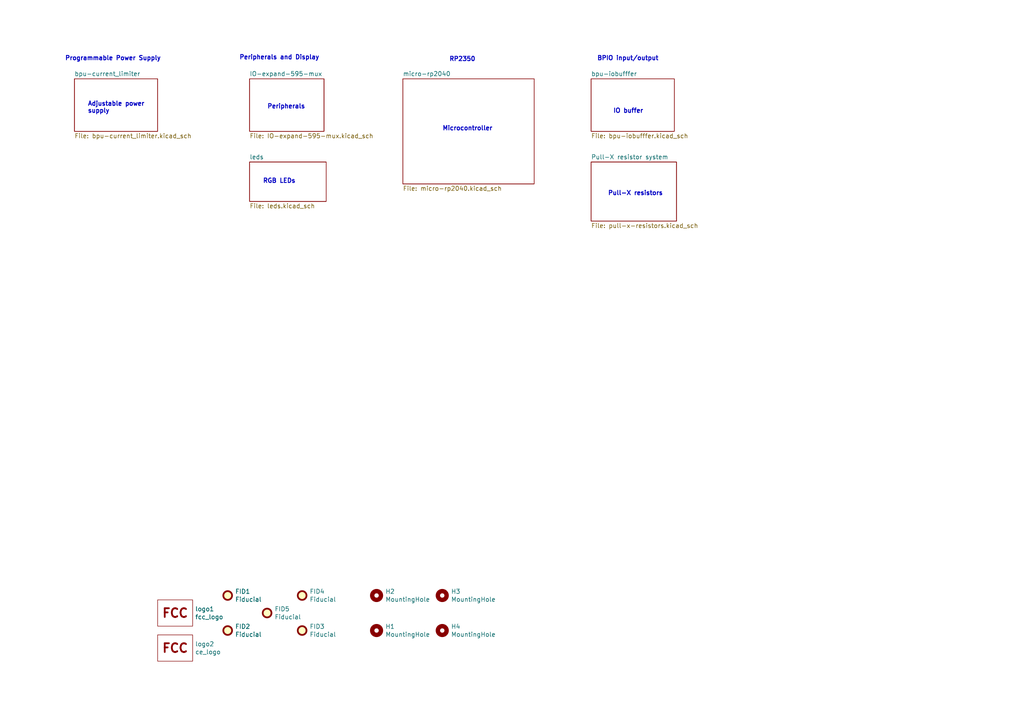
<source format=kicad_sch>
(kicad_sch (version 20231120) (generator "eeschema") (generator_version "8.0")
  (paper "A4")
  (lib_symbols
    (symbol "DP_logo_kicad:fcc_logo" (pin_names (offset 1.016))
      (property "Reference" "logo" (at 0 5.08 0))
      (property "Value" "fcc_logo" (at 0 -5.08 0))
      (symbol "fcc_logo_0_0"
        (rectangle (start -5.08 3.81) (end 5.08 -3.81))
        (text "FCC" (at 0 0 0) (effects (font (size 2.54 2.54) (bold yes))))
      )
    )
    (symbol "Mechanical:Fiducial"
      (property "Reference" "FID" (at 0 5.08 0))
      (property "Value" "Fiducial" (at 0 3.175 0))
      (symbol "Fiducial_0_1"
        (circle (center 0 0) (radius 1.27) (stroke (width 0.508)) (fill (type background)))
      )
    )
    (symbol "Mechanical:MountingHole" (pin_names (offset 1.016))
      (property "Reference" "H" (at 0 5.08 0))
      (property "Value" "MountingHole" (at 0 3.175 0))
      (symbol "MountingHole_0_1"
        (circle (center 0 0) (radius 1.27) (stroke (width 1.27)))
      )
    )
  )
  (text "Microcontroller" (at 128.27 38.1 0) (effects (font (size 1.27 1.27) (thickness 0.254) (bold yes)) (justify left bottom)))
  (text "Programmable Power Supply" (at 32.766 17.018 0) (effects (font (size 1.27 1.27) (thickness 0.254) (bold yes))))
  (text "BPIO input/output" (at 182.118 17.018 0) (effects (font (size 1.27 1.27) (thickness 0.254) (bold yes))))
  (text "Adjustable power \nsupply" (at 25.4 33.02 0) (effects (font (size 1.27 1.27) (thickness 0.254) (bold yes)) (justify left bottom)))
  (text "Peripherals and Display" (at 81.026 16.764 0) (effects (font (size 1.27 1.27) (thickness 0.254) (bold yes))))
  (text "IO buffer" (at 177.8 33.02 0) (effects (font (size 1.27 1.27) (thickness 0.254) (bold yes)) (justify left bottom)))
  (text "Peripherals" (at 77.47 31.75 0) (effects (font (size 1.27 1.27) (thickness 0.254) (bold yes)) (justify left bottom)))
  (text "RGB LEDs" (at 76.2 53.34 0) (effects (font (size 1.27 1.27) (thickness 0.254) (bold yes)) (justify left bottom)))
  (text "Pull-X resistors" (at 176.276 56.896 0) (effects (font (size 1.27 1.27) (thickness 0.254) (bold yes)) (justify left bottom)))
  (text "RP2350" (at 134.112 17.272 0) (effects (font (size 1.27 1.27) (thickness 0.254) (bold yes))))
  (symbol (lib_id "Mechanical:MountingHole") (at 109.22 172.72 0) (unit 1) (in_bom no)
    (property "Reference" "H2" (at 111.76 171.5516 0) (effects (justify left)))
    (property "Value" "MountingHole" (at 111.76 173.863 0) (effects (justify left)))
    (property "Footprint" "MountingHole:MountingHole_3.2mm_M3" (effects (hide yes)))
  )
  (symbol (lib_id "Mechanical:MountingHole") (at 109.22 182.88 0) (unit 1) (in_bom no)
    (property "Reference" "H1" (at 111.76 181.7116 0) (effects (justify left)))
    (property "Value" "MountingHole" (at 111.76 184.023 0) (effects (justify left)))
    (property "Footprint" "MountingHole:MountingHole_3.2mm_M3" (effects (hide yes)))
  )
  (symbol (lib_id "Mechanical:MountingHole") (at 128.27 172.72 0) (unit 1) (in_bom no)
    (property "Reference" "H3" (at 130.81 171.5516 0) (effects (justify left)))
    (property "Value" "MountingHole" (at 130.81 173.863 0) (effects (justify left)))
    (property "Footprint" "MountingHole:MountingHole_3.2mm_M3" (effects (hide yes)))
  )
  (symbol (lib_id "Mechanical:MountingHole") (at 128.27 182.88 0) (unit 1) (in_bom no)
    (property "Reference" "H4" (at 130.81 181.7116 0) (effects (justify left)))
    (property "Value" "MountingHole" (at 130.81 184.023 0) (effects (justify left)))
    (property "Footprint" "MountingHole:MountingHole_3.2mm_M3" (effects (hide yes)))
  )
  (symbol (lib_id "Mechanical:Fiducial") (at 66.04 172.72 0) (unit 1) (in_bom no)
    (property "Reference" "FID1" (at 68.199 171.5516 0) (effects (justify left)))
    (property "Value" "Fiducial" (at 68.199 173.863 0) (effects (justify left)))
    (property "Footprint" "Fiducial:Fiducial_1mm_Mask2mm" (effects (hide yes)))
  )
  (symbol (lib_id "Mechanical:Fiducial") (at 66.04 182.88 0) (unit 1) (in_bom no)
    (property "Reference" "FID2" (at 68.199 181.7116 0) (effects (justify left)))
    (property "Value" "Fiducial" (at 68.199 184.023 0) (effects (justify left)))
    (property "Footprint" "Fiducial:Fiducial_1mm_Mask2mm" (effects (hide yes)))
  )
  (symbol (lib_id "Mechanical:Fiducial") (at 87.63 182.88 0) (unit 1) (in_bom no)
    (property "Reference" "FID3" (at 89.789 181.7116 0) (effects (justify left)))
    (property "Value" "Fiducial" (at 89.789 184.023 0) (effects (justify left)))
    (property "Footprint" "Fiducial:Fiducial_1mm_Mask2mm" (effects (hide yes)))
  )
  (symbol (lib_id "Mechanical:Fiducial") (at 87.63 172.72 0) (unit 1) (in_bom no)
    (property "Reference" "FID4" (at 89.789 171.5516 0) (effects (justify left)))
    (property "Value" "Fiducial" (at 89.789 173.863 0) (effects (justify left)))
    (property "Footprint" "Fiducial:Fiducial_1mm_Mask2mm" (effects (hide yes)))
  )
  (symbol (lib_id "Mechanical:Fiducial") (at 77.47 177.8 0) (unit 1) (in_bom no)
    (property "Reference" "FID5" (at 79.629 176.6316 0) (effects (justify left)))
    (property "Value" "Fiducial" (at 79.629 178.943 0) (effects (justify left)))
    (property "Footprint" "Fiducial:Fiducial_1mm_Mask2mm" (effects (hide yes)))
  )
  (symbol (lib_id "DP_logo_kicad:fcc_logo") (at 50.8 177.8 0) (unit 1) (in_bom no)
    (property "Reference" "logo1" (at 56.5912 176.6316 0) (effects (justify left)))
    (property "Value" "fcc_logo" (at 56.5912 178.943 0) (effects (justify left)))
    (property "Footprint" "dp-logo:logo_fcc" (effects (hide yes)))
  )
  (symbol (lib_id "DP_logo_kicad:fcc_logo") (at 50.8 187.96 0) (unit 1) (in_bom no)
    (property "Reference" "logo2" (at 56.5912 186.7916 0) (effects (justify left)))
    (property "Value" "ce_logo" (at 56.5912 189.103 0) (effects (justify left)))
    (property "Footprint" "Symbol:CE-Logo_11.2x8mm_SilkScreen" (effects (hide yes)))
  )
  (sheet (at 171.45 22.86) (size 24.13 15.24)
    (property "Sheetname" "bpu-iobufffer" (at 171.45 22.1484 0) (effects (justify left bottom)))
    (property "Sheetfile" "bpu-iobufffer.kicad_sch" (at 171.45 38.6846 0) (effects (justify left top)))
  )
  (sheet (at 21.59 22.86) (size 24.13 15.24)
    (property "Sheetname" "bpu-current_limiter" (at 21.59 22.1484 0) (effects (justify left bottom)))
    (property "Sheetfile" "bpu-current_limiter.kicad_sch" (at 21.59 38.6846 0) (effects (justify left top)))
  )
  (sheet (at 116.84 22.86) (size 38.1 30.48)
    (property "Sheetname" "micro-rp2040" (at 116.84 22.1484 0) (effects (justify left bottom)))
    (property "Sheetfile" "micro-rp2040.kicad_sch" (at 116.84 53.9246 0) (effects (justify left top)))
  )
  (sheet (at 72.39 22.86) (size 21.59 15.24)
    (property "Sheetname" "IO-expand-595-mux" (at 72.39 22.1484 0) (effects (justify left bottom)))
    (property "Sheetfile" "IO-expand-595-mux.kicad_sch" (at 72.39 38.6846 0) (effects (justify left top)))
  )
  (sheet (at 72.39 46.99) (size 22.225 11.43)
    (property "Sheetname" "leds" (at 72.39 46.2784 0) (effects (justify left bottom)))
    (property "Sheetfile" "leds.kicad_sch" (at 72.39 59.0046 0) (effects (justify left top)))
  )
  (sheet (at 171.45 46.99) (size 24.765 17.145) (stroke (width 0.1524))
    (property "Sheetname" "Pull-X resistor system" (at 171.45 46.2784 0) (effects (justify left bottom)))
    (property "Sheetfile" "pull-x-resistors.kicad_sch" (at 171.45 64.7196 0) (effects (justify left top)))
  )
)
</source>
